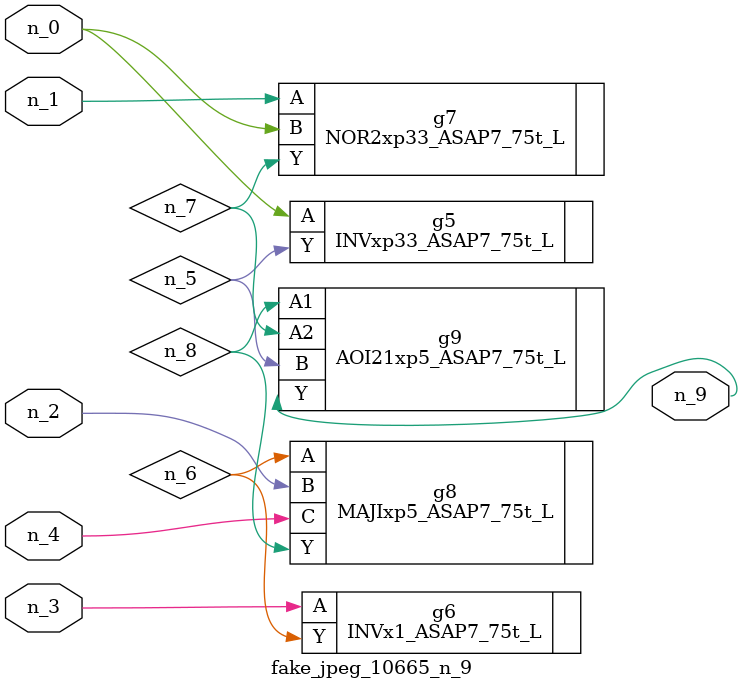
<source format=v>
module fake_jpeg_10665_n_9 (n_3, n_2, n_1, n_0, n_4, n_9);

input n_3;
input n_2;
input n_1;
input n_0;
input n_4;

output n_9;

wire n_8;
wire n_6;
wire n_5;
wire n_7;

INVxp33_ASAP7_75t_L g5 ( 
.A(n_0),
.Y(n_5)
);

INVx1_ASAP7_75t_L g6 ( 
.A(n_3),
.Y(n_6)
);

NOR2xp33_ASAP7_75t_L g7 ( 
.A(n_1),
.B(n_0),
.Y(n_7)
);

MAJIxp5_ASAP7_75t_L g8 ( 
.A(n_6),
.B(n_2),
.C(n_4),
.Y(n_8)
);

AOI21xp5_ASAP7_75t_L g9 ( 
.A1(n_8),
.A2(n_7),
.B(n_5),
.Y(n_9)
);


endmodule
</source>
